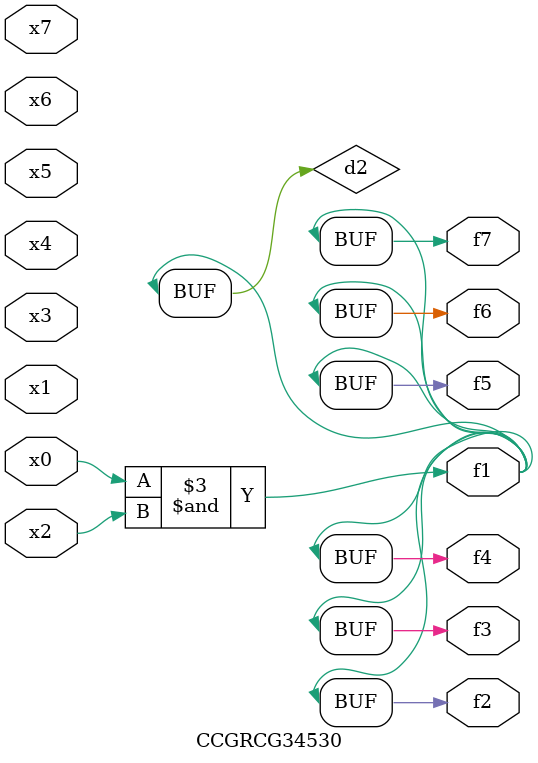
<source format=v>
module CCGRCG34530(
	input x0, x1, x2, x3, x4, x5, x6, x7,
	output f1, f2, f3, f4, f5, f6, f7
);

	wire d1, d2;

	nor (d1, x3, x6);
	and (d2, x0, x2);
	assign f1 = d2;
	assign f2 = d2;
	assign f3 = d2;
	assign f4 = d2;
	assign f5 = d2;
	assign f6 = d2;
	assign f7 = d2;
endmodule

</source>
